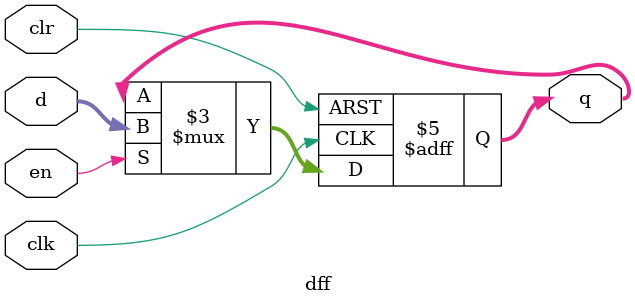
<source format=v>
`timescale 1ns / 1ps


module dff(
    output reg[7:0] q,
    input clk,
    input clr,
    input en,
    input wire[7:0] d
);
    always @(posedge clr or posedge clk) begin
       if (clr) begin
            q[7:0] <= 8'b11111111;
       end else begin
            if (en) begin
                q[7:0] <= d[7:0];
            end else begin
                q[7:0] <= q[7:0];
            end
       end
    end
endmodule

</source>
